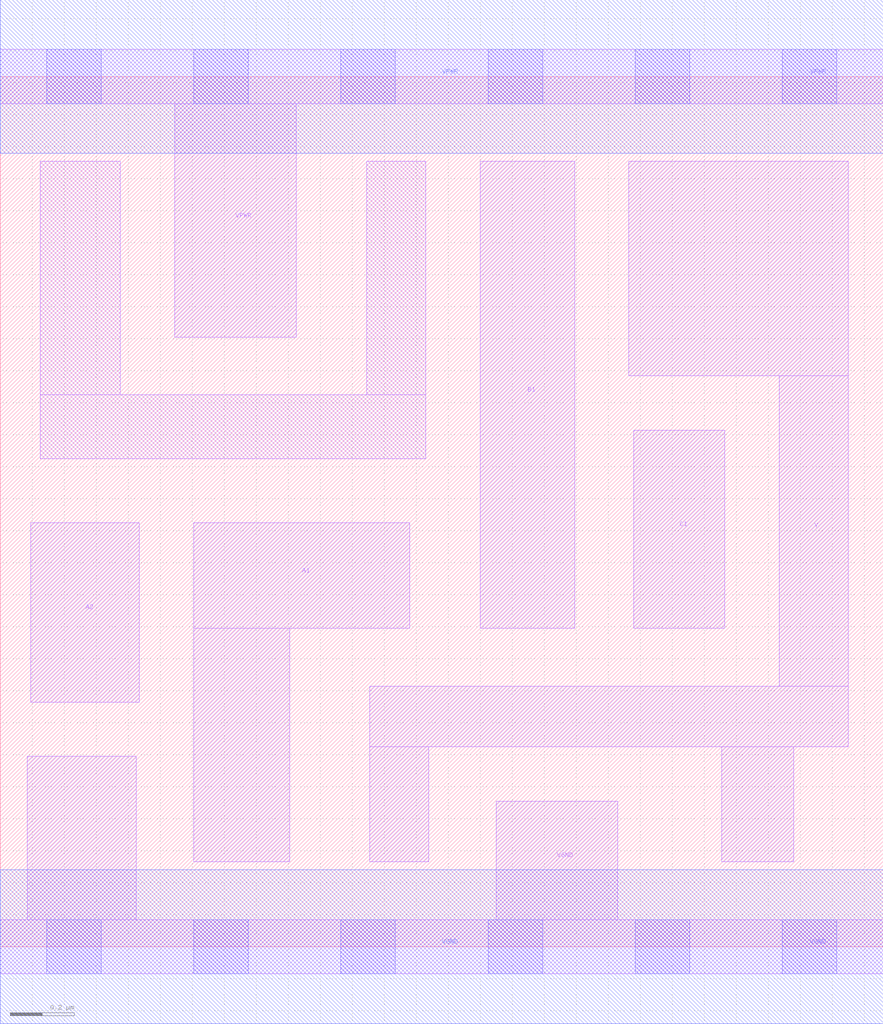
<source format=lef>
# Copyright 2020 The SkyWater PDK Authors
#
# Licensed under the Apache License, Version 2.0 (the "License");
# you may not use this file except in compliance with the License.
# You may obtain a copy of the License at
#
#     https://www.apache.org/licenses/LICENSE-2.0
#
# Unless required by applicable law or agreed to in writing, software
# distributed under the License is distributed on an "AS IS" BASIS,
# WITHOUT WARRANTIES OR CONDITIONS OF ANY KIND, either express or implied.
# See the License for the specific language governing permissions and
# limitations under the License.
#
# SPDX-License-Identifier: Apache-2.0

VERSION 5.7 ;
  NAMESCASESENSITIVE ON ;
  NOWIREEXTENSIONATPIN ON ;
  DIVIDERCHAR "/" ;
  BUSBITCHARS "[]" ;
UNITS
  DATABASE MICRONS 200 ;
END UNITS
PROPERTYDEFINITIONS
  MACRO maskLayoutSubType STRING ;
  MACRO prCellType STRING ;
  MACRO originalViewName STRING ;
END PROPERTYDEFINITIONS
MACRO sky130_fd_sc_hdll__a211oi_1
  CLASS CORE ;
  FOREIGN sky130_fd_sc_hdll__a211oi_1 ;
  ORIGIN  0.000000  0.000000 ;
  SIZE  2.760000 BY  2.720000 ;
  SYMMETRY X Y R90 ;
  SITE unithd ;
  PIN A1
    ANTENNAGATEAREA  0.277500 ;
    DIRECTION INPUT ;
    USE SIGNAL ;
    PORT
      LAYER li1 ;
        RECT 0.605000 0.265000 0.905000 0.995000 ;
        RECT 0.605000 0.995000 1.280000 1.325000 ;
    END
  END A1
  PIN A2
    ANTENNAGATEAREA  0.277500 ;
    DIRECTION INPUT ;
    USE SIGNAL ;
    PORT
      LAYER li1 ;
        RECT 0.095000 0.765000 0.435000 1.325000 ;
    END
  END A2
  PIN B1
    ANTENNAGATEAREA  0.277500 ;
    DIRECTION INPUT ;
    USE SIGNAL ;
    PORT
      LAYER li1 ;
        RECT 1.500000 0.995000 1.795000 2.455000 ;
    END
  END B1
  PIN C1
    ANTENNAGATEAREA  0.277500 ;
    DIRECTION INPUT ;
    USE SIGNAL ;
    PORT
      LAYER li1 ;
        RECT 1.980000 0.995000 2.265000 1.615000 ;
    END
  END C1
  PIN Y
    ANTENNADIFFAREA  0.870250 ;
    DIRECTION OUTPUT ;
    USE SIGNAL ;
    PORT
      LAYER li1 ;
        RECT 1.155000 0.265000 1.340000 0.625000 ;
        RECT 1.155000 0.625000 2.650000 0.815000 ;
        RECT 1.965000 1.785000 2.650000 2.455000 ;
        RECT 2.255000 0.265000 2.480000 0.625000 ;
        RECT 2.435000 0.815000 2.650000 1.785000 ;
    END
  END Y
  PIN VGND
    DIRECTION INOUT ;
    USE GROUND ;
    PORT
      LAYER li1 ;
        RECT 0.000000 -0.085000 2.760000 0.085000 ;
        RECT 0.085000  0.085000 0.425000 0.595000 ;
        RECT 1.550000  0.085000 1.930000 0.455000 ;
      LAYER mcon ;
        RECT 0.145000 -0.085000 0.315000 0.085000 ;
        RECT 0.605000 -0.085000 0.775000 0.085000 ;
        RECT 1.065000 -0.085000 1.235000 0.085000 ;
        RECT 1.525000 -0.085000 1.695000 0.085000 ;
        RECT 1.985000 -0.085000 2.155000 0.085000 ;
        RECT 2.445000 -0.085000 2.615000 0.085000 ;
      LAYER met1 ;
        RECT 0.000000 -0.240000 2.760000 0.240000 ;
    END
  END VGND
  PIN VPWR
    DIRECTION INOUT ;
    USE POWER ;
    PORT
      LAYER li1 ;
        RECT 0.000000 2.635000 2.760000 2.805000 ;
        RECT 0.545000 1.905000 0.925000 2.635000 ;
      LAYER mcon ;
        RECT 0.145000 2.635000 0.315000 2.805000 ;
        RECT 0.605000 2.635000 0.775000 2.805000 ;
        RECT 1.065000 2.635000 1.235000 2.805000 ;
        RECT 1.525000 2.635000 1.695000 2.805000 ;
        RECT 1.985000 2.635000 2.155000 2.805000 ;
        RECT 2.445000 2.635000 2.615000 2.805000 ;
      LAYER met1 ;
        RECT 0.000000 2.480000 2.760000 2.960000 ;
    END
  END VPWR
  OBS
    LAYER li1 ;
      RECT 0.125000 1.525000 1.330000 1.725000 ;
      RECT 0.125000 1.725000 0.375000 2.455000 ;
      RECT 1.145000 1.725000 1.330000 2.455000 ;
  END
  PROPERTY maskLayoutSubType "abstract" ;
  PROPERTY prCellType "standard" ;
  PROPERTY originalViewName "layout" ;
END sky130_fd_sc_hdll__a211oi_1

</source>
